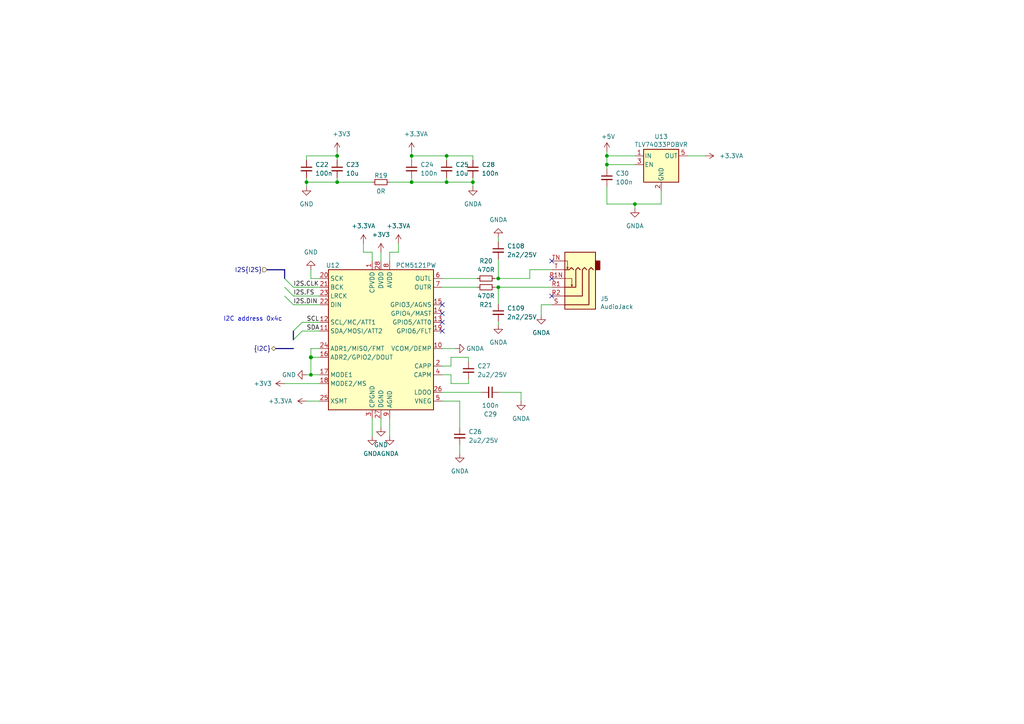
<source format=kicad_sch>
(kicad_sch (version 20210406) (generator eeschema)
  (paper "A4")
  (title_block (title "Audio") (date "2021-01-12") (rev "0.1") (company "Nabu Casa") (comment 1 "www.nabucasa.com") (comment 2 "Light Blue"))
  (lib_symbols
    (symbol "Audio:PCM5121PW"
      (property "Reference" "U" (at -13.97 21.59 0))
      (property "Value" "PCM5121PW" (at 10.16 21.59 0))
      (symbol "PCM5121PW_0_1"
        (rectangle (start -15.24 20.32) (end 15.24 -20.32) (stroke (width 0.254)) (fill (type background)))
      )
      (symbol "PCM5121PW_1_1"
        (pin power_in line (at -2.54 22.86 270) (length 2.54) (name "CPVDD") (number "1"))
        (pin bidirectional line (at 17.78 -2.54 180) (length 2.54) (name "VCOM/DEMP") (number "10"))
        (pin bidirectional line (at -17.78 2.54 0) (length 2.54) (name "SDA/MOSI/ATT2") (number "11"))
        (pin input line (at -17.78 5.08 0) (length 2.54) (name "SCL/MC/ATT1") (number "12"))
        (pin bidirectional line (at 17.78 5.08 180) (length 2.54) (name "GPIO5/ATT0") (number "13"))
        (pin bidirectional line (at 17.78 7.62 180) (length 2.54) (name "GPIO4/MAST") (number "14"))
        (pin bidirectional line (at 17.78 10.16 180) (length 2.54) (name "GPIO3/AGNS") (number "15"))
        (pin bidirectional line (at -17.78 -5.08 0) (length 2.54) (name "ADR2/GPIO2/DOUT") (number "16"))
        (pin input line (at -17.78 -10.16 0) (length 2.54) (name "MODE1") (number "17"))
        (pin input line (at -17.78 -12.7 0) (length 2.54) (name "MODE2/MS") (number "18"))
        (pin bidirectional line (at 17.78 2.54 180) (length 2.54) (name "GPIO6/FLT") (number "19"))
        (pin passive line (at 17.78 -7.62 180) (length 2.54) (name "CAPP") (number "2"))
        (pin input line (at -17.78 17.78 0) (length 2.54) (name "SCK") (number "20"))
        (pin bidirectional line (at -17.78 15.24 0) (length 2.54) (name "BCK") (number "21"))
        (pin input line (at -17.78 10.16 0) (length 2.54) (name "DIN") (number "22"))
        (pin bidirectional line (at -17.78 12.7 0) (length 2.54) (name "LRCK") (number "23"))
        (pin bidirectional line (at -17.78 -2.54 0) (length 2.54) (name "ADR1/MISO/FMT") (number "24"))
        (pin input line (at -17.78 -17.78 0) (length 2.54) (name "XSMT") (number "25"))
        (pin passive line (at 17.78 -15.24 180) (length 2.54) (name "LDOO") (number "26"))
        (pin power_in line (at 0 -22.86 90) (length 2.54) (name "DGND") (number "27"))
        (pin power_in line (at 0 22.86 270) (length 2.54) (name "DVDD") (number "28"))
        (pin power_in line (at -2.54 -22.86 90) (length 2.54) (name "CPGND") (number "3"))
        (pin passive line (at 17.78 -10.16 180) (length 2.54) (name "CAPM") (number "4"))
        (pin passive line (at 17.78 -17.78 180) (length 2.54) (name "VNEG") (number "5"))
        (pin output line (at 17.78 17.78 180) (length 2.54) (name "OUTL") (number "6"))
        (pin output line (at 17.78 15.24 180) (length 2.54) (name "OUTR") (number "7"))
        (pin power_in line (at 2.54 22.86 270) (length 2.54) (name "AVDD") (number "8"))
        (pin power_in line (at 2.54 -22.86 90) (length 2.54) (name "AGND") (number "9"))
      )
    )
    (symbol "Connector:AudioJack4_SwitchTR1"
      (property "Reference" "J" (at 0 11.43 0))
      (property "Value" "AudioJack4_SwitchTR1" (at 0 8.89 0))
      (symbol "AudioJack4_SwitchTR1_0_1"
        (rectangle (start -7.62 -5.08) (end -8.89 -7.62) (stroke (width 0.254)) (fill (type outline)))
        (rectangle (start 1.27 6.35) (end -7.62 -10.16) (stroke (width 0.254)) (fill (type background)))
        (polyline (pts (xy 1.27 -5.08) (xy 2.54 -5.08)))
        (polyline (pts (xy 1.27 2.54) (xy 2.54 2.54)))
        (polyline (pts (xy 2.54 0) (xy 1.27 0)))
        (polyline (pts (xy 2.54 5.08) (xy 1.27 5.08)))
      )
      (symbol "AudioJack4_SwitchTR1_1_1"
        (polyline (pts (xy -0.762 -0.254) (xy -0.508 -0.762)))
        (polyline (pts (xy 0.508 -5.334) (xy 0.762 -5.842)))
        (polyline (pts (xy -1.27 -5.08) (xy -0.635 -5.715) (xy 0 -5.08) (xy 1.27 -5.08)) (stroke (width 0.254)))
        (polyline (pts (xy 2.54 -7.62) (xy 0.508 -7.62) (xy 0.508 -5.334) (xy 0.254 -5.842)))
        (polyline (pts (xy 2.54 -2.54) (xy -0.762 -2.54) (xy -0.762 -0.254) (xy -1.016 -0.762)))
        (polyline (pts (xy -3.175 -5.08) (xy -2.54 -5.715) (xy -1.905 -5.08) (xy -1.905 0) (xy 1.27 0)) (stroke (width 0.254)))
        (polyline (pts (xy 1.27 2.54) (xy -3.81 2.54) (xy -3.81 -5.08) (xy -4.445 -5.715) (xy -5.08 -5.08)) (stroke (width 0.254)))
        (polyline (pts (xy 1.27 5.08) (xy -5.715 5.08) (xy -5.715 -5.08) (xy -6.35 -5.715) (xy -6.985 -5.08)) (stroke (width 0.254)))
        (pin passive line (at 5.08 0 180) (length 2.54) (name "~") (number "R1"))
        (pin passive line (at 5.08 -2.54 180) (length 2.54) (name "~") (number "R1N"))
        (pin passive line (at 5.08 2.54 180) (length 2.54) (name "~") (number "R2"))
        (pin passive line (at 5.08 5.08 180) (length 2.54) (name "~") (number "S"))
        (pin passive line (at 5.08 -5.08 180) (length 2.54) (name "~") (number "T"))
        (pin passive line (at 5.08 -7.62 180) (length 2.54) (name "~") (number "TN"))
      )
    )
    (symbol "Device:C_Small" (pin_numbers hide) (pin_names (offset 0.254) hide)
      (property "Reference" "C" (at 0.254 1.778 0))
      (property "Value" "C_Small" (at 0.254 -2.032 0))
      (symbol "C_Small_0_1"
        (polyline (pts (xy -1.524 -0.508) (xy 1.524 -0.508)) (stroke (width 0.3302)))
        (polyline (pts (xy -1.524 0.508) (xy 1.524 0.508)) (stroke (width 0.3048)))
      )
      (symbol "C_Small_1_1"
        (pin passive line (at 0 2.54 270) (length 2.032) (name "~") (number "1"))
        (pin passive line (at 0 -2.54 90) (length 2.032) (name "~") (number "2"))
      )
    )
    (symbol "Device:R_Small" (pin_numbers hide) (pin_names (offset 0.254) hide)
      (property "Reference" "R" (at 0.762 0.508 0))
      (property "Value" "R_Small" (at 0.762 -1.016 0))
      (symbol "R_Small_0_1"
        (rectangle (start -0.762 1.778) (end 0.762 -1.778) (stroke (width 0.2032)))
      )
      (symbol "R_Small_1_1"
        (pin passive line (at 0 2.54 270) (length 0.762) (name "~") (number "1"))
        (pin passive line (at 0 -2.54 90) (length 0.762) (name "~") (number "2"))
      )
    )
    (symbol "Regulator_Linear:TLV73333PDBV" (pin_names (offset 0.254))
      (property "Reference" "U" (at -3.81 5.715 0))
      (property "Value" "TLV73333PDBV" (at 0 5.715 0))
      (symbol "TLV73333PDBV_0_1"
        (rectangle (start -5.08 4.445) (end 5.08 -5.08) (stroke (width 0.254)) (fill (type background)))
      )
      (symbol "TLV73333PDBV_1_1"
        (pin power_in line (at -7.62 2.54 0) (length 2.54) (name "IN") (number "1"))
        (pin power_in line (at 0 -7.62 90) (length 2.54) (name "GND") (number "2"))
        (pin input line (at -7.62 0 0) (length 2.54) (name "EN") (number "3"))
        (pin no_connect line (at 5.08 0 180) (length 2.54) hide (name "NC") (number "4"))
        (pin power_out line (at 7.62 2.54 180) (length 2.54) (name "OUT") (number "5"))
      )
    )
    (symbol "power:+3.3V" (power) (pin_names (offset 0))
      (property "Value" "+3.3V" (at 0 3.556 0))
      (symbol "+3.3V_0_1"
        (polyline (pts (xy -0.762 1.27) (xy 0 2.54)))
        (polyline (pts (xy 0 0) (xy 0 2.54)))
        (polyline (pts (xy 0 2.54) (xy 0.762 1.27)))
      )
      (symbol "+3.3V_1_1"
        (pin power_in line (at 0 0 90) (length 0) hide (name "+3V3") (number "1"))
      )
    )
    (symbol "power:+3.3VA" (power) (pin_names (offset 0))
      (property "Value" "+3.3VA" (at 0 3.556 0))
      (symbol "+3.3VA_0_1"
        (polyline (pts (xy -0.762 1.27) (xy 0 2.54)))
        (polyline (pts (xy 0 0) (xy 0 2.54)))
        (polyline (pts (xy 0 2.54) (xy 0.762 1.27)))
      )
      (symbol "+3.3VA_1_1"
        (pin power_in line (at 0 0 90) (length 0) hide (name "+3.3VA") (number "1"))
      )
    )
    (symbol "power:+5V" (power) (pin_names (offset 0))
      (property "Value" "+5V" (at 0 3.556 0))
      (symbol "+5V_0_1"
        (polyline (pts (xy -0.762 1.27) (xy 0 2.54)))
        (polyline (pts (xy 0 0) (xy 0 2.54)))
        (polyline (pts (xy 0 2.54) (xy 0.762 1.27)))
      )
      (symbol "+5V_1_1"
        (pin power_in line (at 0 0 90) (length 0) hide (name "+5V") (number "1"))
      )
    )
    (symbol "power:GND" (power) (pin_names (offset 0))
      (property "Value" "GND" (at 0 -3.81 0))
      (symbol "GND_0_1"
        (polyline (pts (xy 0 0) (xy 0 -1.27) (xy 1.27 -1.27) (xy 0 -2.54) (xy -1.27 -1.27) (xy 0 -1.27)))
      )
      (symbol "GND_1_1"
        (pin power_in line (at 0 0 270) (length 0) hide (name "GND") (number "1"))
      )
    )
    (symbol "power:GNDA" (power) (pin_names (offset 0))
      (property "Value" "GNDA" (at 0 -3.81 0))
      (symbol "GNDA_0_1"
        (polyline (pts (xy 0 0) (xy 0 -1.27) (xy 1.27 -1.27) (xy 0 -2.54) (xy -1.27 -1.27) (xy 0 -1.27)))
      )
      (symbol "GNDA_1_1"
        (pin power_in line (at 0 0 270) (length 0) hide (name "GNDA") (number "1"))
      )
    )
  )
  (bus_alias "I2S" (members "CLK" "FS" "DIN"))
  (junction (at 88.9 52.832) (diameter 0.9144))
  (junction (at 90.17 103.632) (diameter 1.016))
  (junction (at 90.17 108.712) (diameter 0.9144))
  (junction (at 97.79 45.212) (diameter 0.9144))
  (junction (at 97.79 52.832) (diameter 0.9144))
  (junction (at 119.38 45.212) (diameter 0.9144))
  (junction (at 119.38 52.832) (diameter 0.9144))
  (junction (at 129.54 45.212) (diameter 0.9144))
  (junction (at 129.54 52.832) (diameter 0.9144))
  (junction (at 137.16 52.832) (diameter 0.9144))
  (junction (at 144.526 80.772) (diameter 0.9144))
  (junction (at 144.526 83.312) (diameter 0.9144))
  (junction (at 176.022 45.212) (diameter 0.9144))
  (junction (at 176.022 47.752) (diameter 0.9144))
  (junction (at 184.15 59.182) (diameter 0.9144))
  (no_connect (at 128.27 88.392))
  (no_connect (at 128.27 90.932))
  (no_connect (at 128.27 93.472))
  (no_connect (at 128.27 96.012))
  (no_connect (at 160.02 75.692))
  (no_connect (at 160.02 80.772))
  (no_connect (at 160.02 85.852))
  (bus_entry (at 82.55 80.772) (size 2.54 2.54) (stroke (width 0.1524)))
  (bus_entry (at 82.55 83.312) (size 2.54 2.54) (stroke (width 0.1524)))
  (bus_entry (at 82.55 85.852) (size 2.54 2.54) (stroke (width 0.1524)))
  (bus_entry (at 85.09 96.012) (size 2.54 -2.54) (stroke (width 0.1524)))
  (bus_entry (at 85.09 98.552) (size 2.54 -2.54) (stroke (width 0.1524)))
  (wire (pts (xy 82.55 111.252) (xy 92.71 111.252)))
  (wire (pts (xy 85.09 83.312) (xy 92.71 83.312)))
  (wire (pts (xy 85.09 85.852) (xy 92.71 85.852)))
  (wire (pts (xy 85.09 88.392) (xy 92.71 88.392)))
  (wire (pts (xy 87.63 93.472) (xy 92.71 93.472)))
  (wire (pts (xy 87.63 96.012) (xy 92.71 96.012)))
  (wire (pts (xy 88.9 45.212) (xy 97.79 45.212)))
  (wire (pts (xy 88.9 46.482) (xy 88.9 45.212)))
  (wire (pts (xy 88.9 51.562) (xy 88.9 52.832)))
  (wire (pts (xy 88.9 52.832) (xy 88.9 54.102)))
  (wire (pts (xy 88.9 52.832) (xy 97.79 52.832)))
  (wire (pts (xy 88.9 108.712) (xy 90.17 108.712)))
  (wire (pts (xy 88.9 116.332) (xy 92.71 116.332)))
  (wire (pts (xy 90.17 78.232) (xy 90.17 80.772)))
  (wire (pts (xy 90.17 101.092) (xy 90.17 103.632)))
  (wire (pts (xy 90.17 103.632) (xy 90.17 108.712)))
  (wire (pts (xy 92.71 80.772) (xy 90.17 80.772)))
  (wire (pts (xy 92.71 101.092) (xy 90.17 101.092)))
  (wire (pts (xy 92.71 103.632) (xy 90.17 103.632)))
  (wire (pts (xy 92.71 108.712) (xy 90.17 108.712)))
  (wire (pts (xy 97.79 43.942) (xy 97.79 45.212)))
  (wire (pts (xy 97.79 45.212) (xy 97.79 46.482)))
  (wire (pts (xy 97.79 51.562) (xy 97.79 52.832)))
  (wire (pts (xy 97.79 52.832) (xy 107.95 52.832)))
  (wire (pts (xy 105.41 73.152) (xy 105.41 70.612)))
  (wire (pts (xy 107.95 73.152) (xy 105.41 73.152)))
  (wire (pts (xy 107.95 75.692) (xy 107.95 73.152)))
  (wire (pts (xy 107.95 121.412) (xy 107.95 126.492)))
  (wire (pts (xy 110.49 75.692) (xy 110.49 73.152)))
  (wire (pts (xy 110.49 121.412) (xy 110.49 123.952)))
  (wire (pts (xy 113.03 52.832) (xy 119.38 52.832)))
  (wire (pts (xy 113.03 73.152) (xy 115.57 73.152)))
  (wire (pts (xy 113.03 75.692) (xy 113.03 73.152)))
  (wire (pts (xy 113.03 121.412) (xy 113.03 126.492)))
  (wire (pts (xy 115.57 73.152) (xy 115.57 70.612)))
  (wire (pts (xy 119.38 43.942) (xy 119.38 45.212)))
  (wire (pts (xy 119.38 45.212) (xy 119.38 46.482)))
  (wire (pts (xy 119.38 45.212) (xy 129.54 45.212)))
  (wire (pts (xy 119.38 51.562) (xy 119.38 52.832)))
  (wire (pts (xy 119.38 52.832) (xy 129.54 52.832)))
  (wire (pts (xy 128.27 80.772) (xy 138.43 80.772)))
  (wire (pts (xy 128.27 83.312) (xy 138.43 83.312)))
  (wire (pts (xy 128.27 101.092) (xy 132.08 101.092)))
  (wire (pts (xy 128.27 106.172) (xy 130.81 106.172)))
  (wire (pts (xy 128.27 108.712) (xy 130.81 108.712)))
  (wire (pts (xy 128.27 113.792) (xy 139.7 113.792)))
  (wire (pts (xy 128.27 116.332) (xy 133.35 116.332)))
  (wire (pts (xy 129.54 45.212) (xy 129.54 46.482)))
  (wire (pts (xy 129.54 52.832) (xy 129.54 51.562)))
  (wire (pts (xy 129.54 52.832) (xy 137.16 52.832)))
  (wire (pts (xy 130.81 103.632) (xy 135.89 103.632)))
  (wire (pts (xy 130.81 106.172) (xy 130.81 103.632)))
  (wire (pts (xy 130.81 108.712) (xy 130.81 111.252)))
  (wire (pts (xy 130.81 111.252) (xy 135.89 111.252)))
  (wire (pts (xy 133.35 116.332) (xy 133.35 123.952)))
  (wire (pts (xy 133.35 129.032) (xy 133.35 131.572)))
  (wire (pts (xy 135.89 103.632) (xy 135.89 104.902)))
  (wire (pts (xy 135.89 111.252) (xy 135.89 109.982)))
  (wire (pts (xy 137.16 45.212) (xy 129.54 45.212)))
  (wire (pts (xy 137.16 46.482) (xy 137.16 45.212)))
  (wire (pts (xy 137.16 51.562) (xy 137.16 52.832)))
  (wire (pts (xy 137.16 52.832) (xy 137.16 54.102)))
  (wire (pts (xy 143.51 80.772) (xy 144.526 80.772)))
  (wire (pts (xy 143.51 83.312) (xy 144.526 83.312)))
  (wire (pts (xy 144.526 68.834) (xy 144.526 70.104)))
  (wire (pts (xy 144.526 75.184) (xy 144.526 80.772)))
  (wire (pts (xy 144.526 80.772) (xy 153.67 80.772)))
  (wire (pts (xy 144.526 83.312) (xy 144.526 88.138)))
  (wire (pts (xy 144.526 83.312) (xy 160.02 83.312)))
  (wire (pts (xy 144.526 93.218) (xy 144.526 94.234)))
  (wire (pts (xy 144.78 113.792) (xy 151.13 113.792)))
  (wire (pts (xy 151.13 113.792) (xy 151.13 116.332)))
  (wire (pts (xy 153.67 78.232) (xy 160.02 78.232)))
  (wire (pts (xy 153.67 80.772) (xy 153.67 78.232)))
  (wire (pts (xy 156.972 88.392) (xy 160.02 88.392)))
  (wire (pts (xy 156.972 91.44) (xy 156.972 88.392)))
  (wire (pts (xy 176.022 43.942) (xy 176.022 45.212)))
  (wire (pts (xy 176.022 45.212) (xy 176.022 47.752)))
  (wire (pts (xy 176.022 45.212) (xy 184.15 45.212)))
  (wire (pts (xy 176.022 47.752) (xy 176.022 49.022)))
  (wire (pts (xy 176.022 47.752) (xy 184.15 47.752)))
  (wire (pts (xy 176.022 54.102) (xy 176.022 59.182)))
  (wire (pts (xy 176.022 59.182) (xy 184.15 59.182)))
  (wire (pts (xy 184.15 59.182) (xy 184.15 60.452)))
  (wire (pts (xy 184.15 59.182) (xy 191.77 59.182)))
  (wire (pts (xy 191.77 59.182) (xy 191.77 55.372)))
  (wire (pts (xy 199.39 45.212) (xy 204.47 45.212)))
  (bus (pts (xy 77.47 78.232) (xy 82.55 78.232)))
  (bus (pts (xy 80.01 101.092) (xy 85.09 101.092)))
  (bus (pts (xy 82.55 78.232) (xy 82.55 85.852)))
  (bus (pts (xy 85.09 96.012) (xy 85.09 101.092)))
  (text "I2C address 0x4c" (at 64.77 93.345 0) (effects (font (size 1.27 1.27)) (justify left bottom)))
  (label "I2S.CLK" (at 85.09 83.312 0))
  (label "I2S.FS" (at 85.09 85.852 0))
  (label "I2S.DIN" (at 85.09 88.392 0))
  (label "SCL" (at 88.9 93.472 0))
  (label "SDA" (at 88.9 96.012 0))
  (hierarchical_label "I2S{I2S}" (shape input) (at 77.47 78.232 180))
  (hierarchical_label "{I2C}" (shape bidirectional) (at 80.01 101.092 180))
  (symbol (lib_id "power:+3.3V") (at 82.55 111.252 90) (unit 1)
    (property "Reference" "#PWR063" (effects hide))
    (property "Value" "+3.3V" (at 76.2 111.252 90))
  )
  (symbol (lib_id "power:+3.3VA") (at 88.9 116.332 90) (unit 1)
    (property "Reference" "#PWR066" (effects hide))
    (property "Value" "+3.3VA" (at 81.28 116.332 90))
  )
  (symbol (lib_id "power:+3.3V") (at 97.79 43.942 0) (unit 1)
    (property "Reference" "#PWR068" (effects hide))
    (property "Value" "+3.3V" (at 99.06 38.862 0))
  )
  (symbol (lib_id "power:+3.3VA") (at 105.41 70.612 0) (unit 1)
    (property "Reference" "#PWR069" (effects hide))
    (property "Value" "+3.3VA" (at 105.41 65.532 0))
  )
  (symbol (lib_id "power:+3.3V") (at 110.49 73.152 0) (unit 1)
    (property "Reference" "#PWR071" (effects hide))
    (property "Value" "+3.3V" (at 110.49 68.072 0))
  )
  (symbol (lib_id "power:+3.3VA") (at 115.57 70.612 0) (unit 1)
    (property "Reference" "#PWR074" (effects hide))
    (property "Value" "+3.3VA" (at 115.57 65.532 0))
  )
  (symbol (lib_id "power:+3.3VA") (at 119.38 43.942 0) (unit 1)
    (property "Reference" "#PWR075" (effects hide))
    (property "Value" "+3.3VA" (at 120.65 38.862 0))
  )
  (symbol (lib_id "power:+5V") (at 176.022 43.942 0) (unit 1)
    (property "Reference" "#PWR081" (effects hide))
    (property "Value" "+5V" (at 176.3903 39.6176 0))
  )
  (symbol (lib_id "power:+3.3VA") (at 204.47 45.212 270) (unit 1)
    (property "Reference" "#PWR083" (effects hide))
    (property "Value" "+3.3VA" (at 212.09 45.212 90))
  )
  (symbol (lib_id "power:GND") (at 88.9 54.102 0) (unit 1)
    (property "Reference" "#PWR064" (effects hide))
    (property "Value" "GND" (at 88.9 59.182 0))
  )
  (symbol (lib_id "power:GND") (at 88.9 108.712 270) (unit 1)
    (property "Reference" "#PWR065" (effects hide))
    (property "Value" "GND" (at 83.82 108.712 90))
  )
  (symbol (lib_id "power:GND") (at 90.17 78.232 180) (unit 1)
    (property "Reference" "#PWR067" (effects hide))
    (property "Value" "GND" (at 90.17 73.152 0))
  )
  (symbol (lib_id "power:GNDA") (at 107.95 126.492 0) (unit 1)
    (property "Reference" "#PWR070" (effects hide))
    (property "Value" "GNDA" (at 107.95 131.572 0))
  )
  (symbol (lib_id "power:GND") (at 110.49 123.952 0) (unit 1)
    (property "Reference" "#PWR072" (effects hide))
    (property "Value" "GND" (at 110.49 129.032 0))
  )
  (symbol (lib_id "power:GNDA") (at 113.03 126.492 0) (unit 1)
    (property "Reference" "#PWR073" (effects hide))
    (property "Value" "GNDA" (at 113.03 131.572 0))
  )
  (symbol (lib_id "power:GNDA") (at 132.08 101.092 90) (unit 1)
    (property "Reference" "#PWR076" (effects hide))
    (property "Value" "GNDA" (at 137.795 101.092 90))
  )
  (symbol (lib_id "power:GNDA") (at 133.35 131.572 0) (unit 1)
    (property "Reference" "#PWR077" (effects hide))
    (property "Value" "GNDA" (at 133.35 136.652 0))
  )
  (symbol (lib_id "power:GNDA") (at 137.16 54.102 0) (unit 1)
    (property "Reference" "#PWR078" (effects hide))
    (property "Value" "GNDA" (at 137.16 59.182 0))
  )
  (symbol (lib_id "power:GNDA") (at 144.526 68.834 180) (unit 1)
    (property "Reference" "#PWR0197" (effects hide))
    (property "Value" "GNDA" (at 144.526 63.754 0))
  )
  (symbol (lib_id "power:GNDA") (at 144.526 94.234 0) (unit 1)
    (property "Reference" "#PWR0198" (effects hide))
    (property "Value" "GNDA" (at 144.526 99.314 0))
  )
  (symbol (lib_id "power:GNDA") (at 151.13 116.332 0) (unit 1)
    (property "Reference" "#PWR079" (effects hide))
    (property "Value" "GNDA" (at 151.13 121.412 0))
  )
  (symbol (lib_id "power:GNDA") (at 156.972 91.44 0) (unit 1)
    (property "Reference" "#PWR080" (effects hide))
    (property "Value" "GNDA" (at 156.972 96.52 0))
  )
  (symbol (lib_id "power:GNDA") (at 184.15 60.452 0) (unit 1)
    (property "Reference" "#PWR082" (effects hide))
    (property "Value" "GNDA" (at 184.15 65.532 0))
  )
  (symbol (lib_id "Device:R_Small") (at 110.49 52.832 270) (unit 1)
    (property "Reference" "R19" (at 110.49 50.9208 90))
    (property "Value" "0R" (at 110.49 55.48 90))
    (property "Footprint" "Resistor_SMD:R_0402_1005Metric" (effects hide))
    (property "Config" "+Audio" (effects hide))
  )
  (symbol (lib_id "Device:R_Small") (at 140.97 80.772 90) (unit 1)
    (property "Reference" "R20" (at 140.97 75.692 90))
    (property "Value" "470R" (at 140.97 78.232 90))
    (property "Footprint" "Resistor_SMD:R_0402_1005Metric" (effects hide))
    (property "Config" "+Audio" (effects hide))
  )
  (symbol (lib_id "Device:R_Small") (at 140.97 83.312 90) (unit 1)
    (property "Reference" "R21" (at 140.97 88.392 90))
    (property "Value" "470R" (at 140.97 85.852 90))
    (property "Footprint" "Resistor_SMD:R_0402_1005Metric" (effects hide))
    (property "Config" "+Audio" (effects hide))
  )
  (symbol (lib_id "Device:C_Small") (at 88.9 49.022 0) (unit 1)
    (property "Reference" "C22" (at 91.44 47.752 0) (effects (justify left)))
    (property "Value" "100n" (at 91.44 50.292 0) (effects (justify left)))
    (property "Footprint" "Capacitor_SMD:C_0402_1005Metric" (effects hide))
    (property "Config" "+Audio" (effects hide))
  )
  (symbol (lib_id "Device:C_Small") (at 97.79 49.022 0) (unit 1)
    (property "Reference" "C23" (at 100.33 47.752 0) (effects (justify left)))
    (property "Value" "10u" (at 100.33 50.292 0) (effects (justify left)))
    (property "Footprint" "Capacitor_SMD:C_0805_2012Metric" (effects hide))
    (property "Config" "+Audio" (effects hide))
  )
  (symbol (lib_id "Device:C_Small") (at 119.38 49.022 0) (unit 1)
    (property "Reference" "C24" (at 121.92 47.752 0) (effects (justify left)))
    (property "Value" "100n" (at 121.92 50.292 0) (effects (justify left)))
    (property "Footprint" "Capacitor_SMD:C_0402_1005Metric" (effects hide))
    (property "Config" "+Audio" (effects hide))
  )
  (symbol (lib_id "Device:C_Small") (at 129.54 49.022 0) (unit 1)
    (property "Reference" "C25" (at 132.08 47.752 0) (effects (justify left)))
    (property "Value" "10u" (at 132.08 50.292 0) (effects (justify left)))
    (property "Footprint" "Capacitor_SMD:C_0805_2012Metric" (effects hide))
    (property "Config" "+Audio" (effects hide))
  )
  (symbol (lib_id "Device:C_Small") (at 133.35 126.492 0) (mirror y) (unit 1)
    (property "Reference" "C26" (at 135.89 125.222 0) (effects (justify right)))
    (property "Value" "2u2/25V" (at 135.89 127.762 0) (effects (justify right)))
    (property "Footprint" "Capacitor_SMD:C_0805_2012Metric" (effects hide))
    (property "Config" "+Audio" (effects hide))
  )
  (symbol (lib_id "Device:C_Small") (at 135.89 107.442 0) (unit 1)
    (property "Reference" "C27" (at 138.43 106.172 0) (effects (justify left)))
    (property "Value" "2u2/25V" (at 138.43 108.712 0) (effects (justify left)))
    (property "Footprint" "Capacitor_SMD:C_0805_2012Metric" (effects hide))
    (property "Config" "+Audio" (effects hide))
  )
  (symbol (lib_id "Device:C_Small") (at 137.16 49.022 0) (unit 1)
    (property "Reference" "C28" (at 139.7 47.752 0) (effects (justify left)))
    (property "Value" "100n" (at 139.7 50.292 0) (effects (justify left)))
    (property "Footprint" "Capacitor_SMD:C_0402_1005Metric" (effects hide))
    (property "Config" "+Audio" (effects hide))
  )
  (symbol (lib_id "Device:C_Small") (at 142.24 113.792 270) (unit 1)
    (property "Reference" "C29" (at 142.24 120.142 90))
    (property "Value" "100n" (at 142.24 117.602 90))
    (property "Footprint" "Capacitor_SMD:C_0402_1005Metric" (effects hide))
    (property "Config" "+Audio" (effects hide))
  )
  (symbol (lib_id "Device:C_Small") (at 144.526 72.644 0) (unit 1)
    (property "Reference" "C108" (at 147.066 71.374 0) (effects (justify left)))
    (property "Value" "2n2/25V" (at 147.066 73.914 0) (effects (justify left)))
    (property "Footprint" "Capacitor_SMD:C_0805_2012Metric" (effects hide))
    (property "Config" "+Audio" (effects hide))
  )
  (symbol (lib_id "Device:C_Small") (at 144.526 90.678 0) (unit 1)
    (property "Reference" "C109" (at 147.066 89.408 0) (effects (justify left)))
    (property "Value" "2n2/25V" (at 147.066 91.948 0) (effects (justify left)))
    (property "Footprint" "Capacitor_SMD:C_0805_2012Metric" (effects hide))
    (property "Config" "+Audio" (effects hide))
  )
  (symbol (lib_id "Device:C_Small") (at 176.022 51.562 0) (unit 1)
    (property "Reference" "C30" (at 178.562 50.292 0) (effects (justify left)))
    (property "Value" "100n" (at 178.562 52.832 0) (effects (justify left)))
    (property "Footprint" "Capacitor_SMD:C_0402_1005Metric" (effects hide))
  )
  (symbol (lib_id "Regulator_Linear:TLV73333PDBV") (at 191.77 47.752 0) (unit 1)
    (property "Reference" "U13" (at 191.77 39.6302 0))
    (property "Value" "TLV74033PDBVR" (at 191.77 41.9289 0))
    (property "Footprint" "Package_TO_SOT_SMD:SOT-23-5" (effects hide))
    (property "Datasheet" "https://media.digikey.com/pdf/Data%20Sheets/TDK%20PDFs/TLV740P_DS.pdf" (effects hide))
    (property "Manufacturer" "Texas Instruments" (effects hide))
    (property "PartNumber" "TLV74033PDBVR" (effects hide))
    (property "Config" "+Audio" (effects hide))
  )
  (symbol (lib_id "Connector:AudioJack4_SwitchTR1") (at 165.1 83.312 180) (unit 1)
    (property "Reference" "J5" (at 174.1171 86.6584 0) (effects (justify right)))
    (property "Value" "AudioJack" (at 174.117 88.957 0) (effects (justify right)))
    (property "Footprint" "LightBlue:Jack_3.5mm_HRO_PJ-3973-6A_Horizontal" (effects hide))
    (property "Datasheet" "https://datasheet.lcsc.com/szlcsc/2009061735_Korean-Hroparts-Elec-PJ-3973-6A_C707261.pdf" (effects hide))
    (property "Manufacturer" "HRO" (effects hide))
    (property "PartNumber" "PJ-3973-6A" (effects hide))
    (property "Config" "+Audio" (effects hide))
  )
  (symbol (lib_id "Audio:PCM5121PW") (at 110.49 98.552 0) (unit 1)
    (property "Reference" "U12" (at 96.52 76.962 0))
    (property "Value" "PCM5121PW" (at 120.65 76.962 0))
    (property "Footprint" "Package_SO:TSSOP-28_4.4x9.7mm_P0.65mm" (effects hide))
    (property "Datasheet" "http://www.ti.com/lit/ds/symlink/pcm5121.pdf" (effects hide))
    (property "Manufacturer" "Texas Instruments" (effects hide))
    (property "PartNumber" "PCM5121PWR" (effects hide))
    (property "Config" "+Audio" (effects hide))
  )
)
</source>
